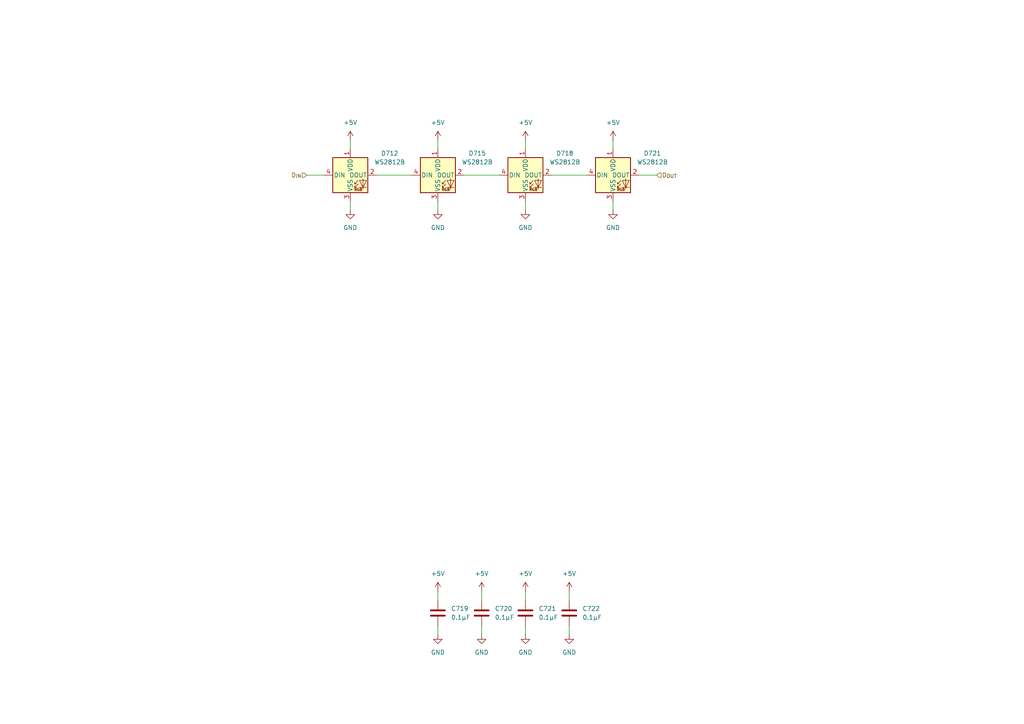
<source format=kicad_sch>
(kicad_sch (version 20231120) (generator "eeschema") (generator_version "8.0")
  (paper "A4")
  (title_block (title "Wordclock - LED Row with 4 pcs.") (date "2024-10-20") (rev "A") (company "ElektroNik Zoller") (comment 1 "Nikolai Zoller") (comment 4 "CERN-OHL-P"))
  (lib_symbols
    (symbol "Device:C" (pin_numbers hide) (pin_names (offset 0.254))
      (property "Reference" "C" (at 0.635 2.54 0))
      (property "Value" "C" (at 0.635 -2.54 0))
      (symbol "C_0_1"
        (polyline (pts (xy -2.032 -0.762) (xy 2.032 -0.762)) (stroke (width 0.508)))
        (polyline (pts (xy -2.032 0.762) (xy 2.032 0.762)) (stroke (width 0.508)))
      )
      (symbol "C_1_1"
        (pin passive line (at 0 3.81 270) (length 2.794) (name "~") (number "1"))
        (pin passive line (at 0 -3.81 90) (length 2.794) (name "~") (number "2"))
      )
    )
    (symbol "LED:WS2812B" (pin_names (offset 0.254))
      (property "Reference" "D" (at 5.08 5.715 0))
      (property "Value" "WS2812B" (at 1.27 -5.715 0))
      (symbol "WS2812B_0_0"
        (text "RGB" (at 2.286 -4.191 0) (effects (font (size 0.762 0.762))))
      )
      (symbol "WS2812B_0_1"
        (polyline (pts (xy 1.27 -3.556) (xy 1.778 -3.556)))
        (polyline (pts (xy 1.27 -2.54) (xy 1.778 -2.54)))
        (polyline (pts (xy 4.699 -3.556) (xy 2.667 -3.556)))
        (polyline (pts (xy 2.286 -2.54) (xy 1.27 -3.556) (xy 1.27 -3.048)))
        (polyline (pts (xy 2.286 -1.524) (xy 1.27 -2.54) (xy 1.27 -2.032)))
        (polyline (pts (xy 3.683 -1.016) (xy 3.683 -3.556) (xy 3.683 -4.064)))
        (polyline (pts (xy 4.699 -1.524) (xy 2.667 -1.524) (xy 3.683 -3.556) (xy 4.699 -1.524)))
        (rectangle (start 5.08 5.08) (end -5.08 -5.08) (stroke (width 0.254)) (fill (type background)))
      )
      (symbol "WS2812B_1_1"
        (pin power_in line (at 0 7.62 270) (length 2.54) (name "VDD") (number "1"))
        (pin output line (at 7.62 0 180) (length 2.54) (name "DOUT") (number "2"))
        (pin power_in line (at 0 -7.62 90) (length 2.54) (name "VSS") (number "3"))
        (pin input line (at -7.62 0 0) (length 2.54) (name "DIN") (number "4"))
      )
    )
    (symbol "power:+5V" (power) (pin_numbers hide) (pin_names (offset 0) hide)
      (property "Value" "+5V" (at 0 3.556 0))
      (symbol "+5V_0_1"
        (polyline (pts (xy -0.762 1.27) (xy 0 2.54)))
        (polyline (pts (xy 0 0) (xy 0 2.54)))
        (polyline (pts (xy 0 2.54) (xy 0.762 1.27)))
      )
      (symbol "+5V_1_1"
        (pin power_in line (at 0 0 90) (length 0) (name "~") (number "1"))
      )
    )
    (symbol "power:GND" (power) (pin_numbers hide) (pin_names (offset 0) hide)
      (property "Value" "GND" (at 0 -3.81 0))
      (symbol "GND_0_1"
        (polyline (pts (xy 0 0) (xy 0 -1.27) (xy 1.27 -1.27) (xy 0 -2.54) (xy -1.27 -1.27) (xy 0 -1.27)))
      )
      (symbol "GND_1_1"
        (pin power_in line (at 0 0 270) (length 0) (name "~") (number "1"))
      )
    )
  )
  (wire (pts (xy 127 58.42) (xy 127 60.96)))
  (wire (pts (xy 177.8 40.64) (xy 177.8 43.18)))
  (wire (pts (xy 177.8 58.42) (xy 177.8 60.96)))
  (wire (pts (xy 160.02 50.8) (xy 170.18 50.8)))
  (wire (pts (xy 152.4 40.64) (xy 152.4 43.18)))
  (wire (pts (xy 88.9 50.8) (xy 93.98 50.8)))
  (wire (pts (xy 165.1 171.45) (xy 165.1 173.99)))
  (wire (pts (xy 134.62 50.8) (xy 144.78 50.8)))
  (wire (pts (xy 165.1 181.61) (xy 165.1 184.15)))
  (wire (pts (xy 139.7 181.61) (xy 139.7 184.15)))
  (wire (pts (xy 101.6 58.42) (xy 101.6 60.96)))
  (wire (pts (xy 185.42 50.8) (xy 190.5 50.8)))
  (wire (pts (xy 127 171.45) (xy 127 173.99)))
  (wire (pts (xy 127 181.61) (xy 127 184.15)))
  (wire (pts (xy 152.4 58.42) (xy 152.4 60.96)))
  (wire (pts (xy 139.7 171.45) (xy 139.7 173.99)))
  (wire (pts (xy 152.4 171.45) (xy 152.4 173.99)))
  (wire (pts (xy 152.4 181.61) (xy 152.4 184.15)))
  (wire (pts (xy 101.6 40.64) (xy 101.6 43.18)))
  (wire (pts (xy 109.22 50.8) (xy 119.38 50.8)))
  (wire (pts (xy 127 40.64) (xy 127 43.18)))
  (hierarchical_label "D_{OUT}" (shape input) (at 190.5 50.8 0))
  (hierarchical_label "D_{IN}" (shape input) (at 88.9 50.8 180))
  (symbol (lib_id "power:GND") (at 101.6 60.96 0) (unit 1)
    (property "Reference" "#PWR0756" (effects (hide yes)))
    (property "Value" "GND" (at 101.6 66.04 0))
    (property "Description" "Power symbol creates a global label with name \"GND\" , ground" (effects (hide yes)))
  )
  (symbol (lib_id "power:GND") (at 139.7 184.15 0) (unit 1)
    (property "Reference" "#PWR0774" (effects (hide yes)))
    (property "Value" "GND" (at 139.7 189.23 0))
    (property "Description" "Power symbol creates a global label with name \"GND\" , ground" (effects (hide yes)))
  )
  (symbol (lib_id "power:+5V") (at 177.8 40.64 0) (unit 1)
    (property "Reference" "#PWR0785" (effects (hide yes)))
    (property "Value" "+5V" (at 177.8 35.56 0))
    (property "Description" "Power symbol creates a global label with name \"+5V\"" (effects (hide yes)))
  )
  (symbol (lib_id "Device:C") (at 127 177.8 0) (unit 1)
    (property "Reference" "C719" (at 130.81 176.5299 0) (effects (justify left)))
    (property "Value" "0.1µF" (at 130.81 179.0699 0) (effects (justify left)))
    (property "Description" "Unpolarized capacitor" (effects (hide yes)))
  )
  (symbol (lib_id "power:GND") (at 152.4 60.96 0) (unit 1)
    (property "Reference" "#PWR0776" (effects (hide yes)))
    (property "Value" "GND" (at 152.4 66.04 0))
    (property "Description" "Power symbol creates a global label with name \"GND\" , ground" (effects (hide yes)))
  )
  (symbol (lib_id "power:+5V") (at 127 40.64 0) (unit 1)
    (property "Reference" "#PWR0765" (effects (hide yes)))
    (property "Value" "+5V" (at 127 35.56 0))
    (property "Description" "Power symbol creates a global label with name \"+5V\"" (effects (hide yes)))
  )
  (symbol (lib_id "power:GND") (at 177.8 60.96 0) (unit 1)
    (property "Reference" "#PWR0786" (effects (hide yes)))
    (property "Value" "GND" (at 177.8 66.04 0))
    (property "Description" "Power symbol creates a global label with name \"GND\" , ground" (effects (hide yes)))
  )
  (symbol (lib_id "power:+5V") (at 101.6 40.64 0) (unit 1)
    (property "Reference" "#PWR0755" (effects (hide yes)))
    (property "Value" "+5V" (at 101.6 35.56 0))
    (property "Description" "Power symbol creates a global label with name \"+5V\"" (effects (hide yes)))
  )
  (symbol (lib_id "Device:C") (at 139.7 177.8 0) (unit 1)
    (property "Reference" "C720" (at 143.51 176.5299 0) (effects (justify left)))
    (property "Value" "0.1µF" (at 143.51 179.0699 0) (effects (justify left)))
    (property "Description" "Unpolarized capacitor" (effects (hide yes)))
  )
  (symbol (lib_id "LED:WS2812B") (at 127 50.8 0) (unit 1)
    (property "Reference" "D715" (at 138.43 44.4814 0))
    (property "Value" "WS2812B" (at 138.43 47.0214 0))
    (property "Footprint" "LED_SMD:LED_WS2812B_PLCC4_5.0x5.0mm_P3.2mm" (effects (hide yes)))
    (property "Datasheet" "https://cdn-shop.adafruit.com/datasheets/WS2812B.pdf" (effects (hide yes)))
    (property "Description" "RGB LED with integrated controller" (effects (hide yes)))
    (property "Manufacturer" "SparkFun Electronics" (effects (hide yes)))
    (property "Manufacturer Part no." "COM-16347" (effects (hide yes)))
    (property "Vendor 1" "Digikey" (effects (hide yes)))
    (property "Vendor 1 Part no." "1568-COM-16347CT-ND" (effects (hide yes)))
    (property "Vendor 2" "LCSC" (effects (hide yes)))
    (property "Vendor 2 Part no." "C114586" (effects (hide yes)))
  )
  (symbol (lib_id "power:+5V") (at 152.4 171.45 0) (unit 1)
    (property "Reference" "#PWR0781" (effects (hide yes)))
    (property "Value" "+5V" (at 152.4 166.37 0))
    (property "Description" "Power symbol creates a global label with name \"+5V\"" (effects (hide yes)))
  )
  (symbol (lib_id "power:+5V") (at 127 171.45 0) (unit 1)
    (property "Reference" "#PWR0771" (effects (hide yes)))
    (property "Value" "+5V" (at 127 166.37 0))
    (property "Description" "Power symbol creates a global label with name \"+5V\"" (effects (hide yes)))
  )
  (symbol (lib_id "LED:WS2812B") (at 177.8 50.8 0) (unit 1)
    (property "Reference" "D721" (at 189.23 44.4814 0))
    (property "Value" "WS2812B" (at 189.23 47.0214 0))
    (property "Footprint" "LED_SMD:LED_WS2812B_PLCC4_5.0x5.0mm_P3.2mm" (effects (hide yes)))
    (property "Datasheet" "https://cdn-shop.adafruit.com/datasheets/WS2812B.pdf" (effects (hide yes)))
    (property "Description" "RGB LED with integrated controller" (effects (hide yes)))
    (property "Manufacturer" "SparkFun Electronics" (effects (hide yes)))
    (property "Manufacturer Part no." "COM-16347" (effects (hide yes)))
    (property "Vendor 1" "Digikey" (effects (hide yes)))
    (property "Vendor 1 Part no." "1568-COM-16347CT-ND" (effects (hide yes)))
    (property "Vendor 2" "LCSC" (effects (hide yes)))
    (property "Vendor 2 Part no." "C114586" (effects (hide yes)))
  )
  (symbol (lib_id "power:GND") (at 127 184.15 0) (unit 1)
    (property "Reference" "#PWR0772" (effects (hide yes)))
    (property "Value" "GND" (at 127 189.23 0))
    (property "Description" "Power symbol creates a global label with name \"GND\" , ground" (effects (hide yes)))
  )
  (symbol (lib_id "power:+5V") (at 139.7 171.45 0) (unit 1)
    (property "Reference" "#PWR0773" (effects (hide yes)))
    (property "Value" "+5V" (at 139.7 166.37 0))
    (property "Description" "Power symbol creates a global label with name \"+5V\"" (effects (hide yes)))
  )
  (symbol (lib_id "power:GND") (at 165.1 184.15 0) (unit 1)
    (property "Reference" "#PWR0784" (effects (hide yes)))
    (property "Value" "GND" (at 165.1 189.23 0))
    (property "Description" "Power symbol creates a global label with name \"GND\" , ground" (effects (hide yes)))
  )
  (symbol (lib_id "LED:WS2812B") (at 101.6 50.8 0) (unit 1)
    (property "Reference" "D712" (at 113.03 44.4814 0))
    (property "Value" "WS2812B" (at 113.03 47.0214 0))
    (property "Footprint" "LED_SMD:LED_WS2812B_PLCC4_5.0x5.0mm_P3.2mm" (effects (hide yes)))
    (property "Datasheet" "https://cdn-shop.adafruit.com/datasheets/WS2812B.pdf" (effects (hide yes)))
    (property "Description" "RGB LED with integrated controller" (effects (hide yes)))
    (property "Manufacturer" "SparkFun Electronics" (effects (hide yes)))
    (property "Manufacturer Part no." "COM-16347" (effects (hide yes)))
    (property "Vendor 1" "Digikey" (effects (hide yes)))
    (property "Vendor 1 Part no." "1568-COM-16347CT-ND" (effects (hide yes)))
    (property "Vendor 2" "LCSC" (effects (hide yes)))
    (property "Vendor 2 Part no." "C114586" (effects (hide yes)))
  )
  (symbol (lib_id "power:+5V") (at 165.1 171.45 0) (unit 1)
    (property "Reference" "#PWR0783" (effects (hide yes)))
    (property "Value" "+5V" (at 165.1 166.37 0))
    (property "Description" "Power symbol creates a global label with name \"+5V\"" (effects (hide yes)))
  )
  (symbol (lib_id "power:+5V") (at 152.4 40.64 0) (unit 1)
    (property "Reference" "#PWR0775" (effects (hide yes)))
    (property "Value" "+5V" (at 152.4 35.56 0))
    (property "Description" "Power symbol creates a global label with name \"+5V\"" (effects (hide yes)))
  )
  (symbol (lib_id "power:GND") (at 152.4 184.15 0) (unit 1)
    (property "Reference" "#PWR0782" (effects (hide yes)))
    (property "Value" "GND" (at 152.4 189.23 0))
    (property "Description" "Power symbol creates a global label with name \"GND\" , ground" (effects (hide yes)))
  )
  (symbol (lib_id "Device:C") (at 152.4 177.8 0) (unit 1)
    (property "Reference" "C721" (at 156.21 176.5299 0) (effects (justify left)))
    (property "Value" "0.1µF" (at 156.21 179.0699 0) (effects (justify left)))
    (property "Description" "Unpolarized capacitor" (effects (hide yes)))
  )
  (symbol (lib_id "Device:C") (at 165.1 177.8 0) (unit 1)
    (property "Reference" "C722" (at 168.91 176.5299 0) (effects (justify left)))
    (property "Value" "0.1µF" (at 168.91 179.0699 0) (effects (justify left)))
    (property "Description" "Unpolarized capacitor" (effects (hide yes)))
  )
  (symbol (lib_id "LED:WS2812B") (at 152.4 50.8 0) (unit 1)
    (property "Reference" "D718" (at 163.83 44.4814 0))
    (property "Value" "WS2812B" (at 163.83 47.0214 0))
    (property "Footprint" "LED_SMD:LED_WS2812B_PLCC4_5.0x5.0mm_P3.2mm" (effects (hide yes)))
    (property "Datasheet" "https://cdn-shop.adafruit.com/datasheets/WS2812B.pdf" (effects (hide yes)))
    (property "Description" "RGB LED with integrated controller" (effects (hide yes)))
    (property "Manufacturer" "SparkFun Electronics" (effects (hide yes)))
    (property "Manufacturer Part no." "COM-16347" (effects (hide yes)))
    (property "Vendor 1" "Digikey" (effects (hide yes)))
    (property "Vendor 1 Part no." "1568-COM-16347CT-ND" (effects (hide yes)))
    (property "Vendor 2" "LCSC" (effects (hide yes)))
    (property "Vendor 2 Part no." "C114586" (effects (hide yes)))
  )
  (symbol (lib_id "power:GND") (at 127 60.96 0) (unit 1)
    (property "Reference" "#PWR0766" (effects (hide yes)))
    (property "Value" "GND" (at 127 66.04 0))
    (property "Description" "Power symbol creates a global label with name \"GND\" , ground" (effects (hide yes)))
  )
)
</source>
